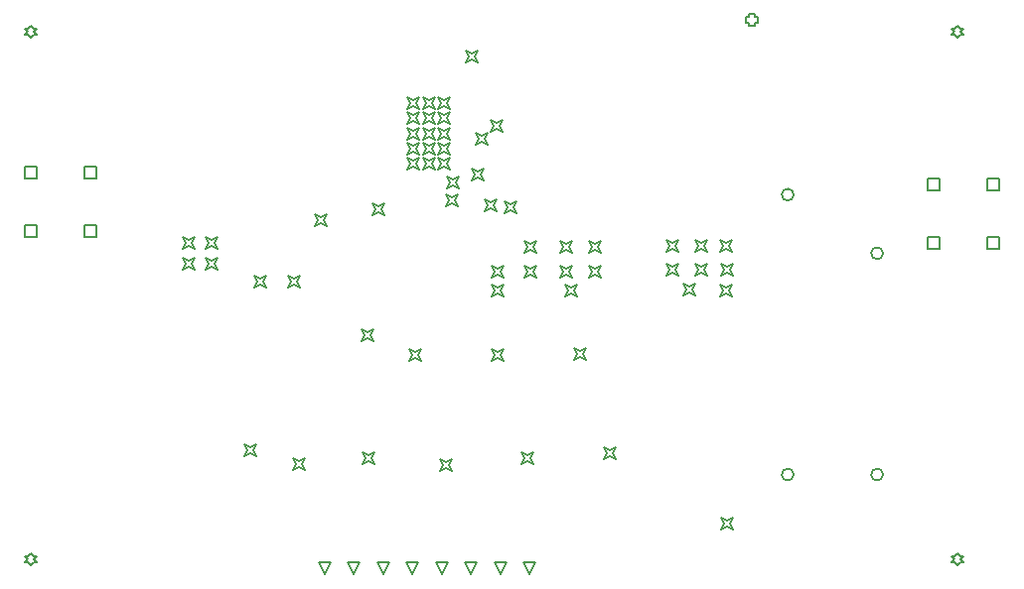
<source format=gbr>
%TF.GenerationSoftware,Altium Limited,Altium Designer,21.3.2 (30)*%
G04 Layer_Color=2752767*
%FSLAX45Y45*%
%MOMM*%
%TF.SameCoordinates,D9DFDB92-F573-4E1A-9105-0BCF1000EC4C*%
%TF.FilePolarity,Positive*%
%TF.FileFunction,Drawing*%
%TF.Part,Single*%
G01*
G75*
%TA.AperFunction,NonConductor*%
%ADD72C,0.12700*%
%ADD73C,0.16933*%
D72*
X8241200Y3249200D02*
Y3350800D01*
X8342800D01*
Y3249200D01*
X8241200D01*
X8749200D02*
Y3350800D01*
X8850800D01*
Y3249200D01*
X8749200D01*
X8241200Y3749200D02*
Y3850800D01*
X8342800D01*
Y3749200D01*
X8241200D01*
X8749200D02*
Y3850800D01*
X8850800D01*
Y3749200D01*
X8749200D01*
X3100000Y469200D02*
X3049200Y570800D01*
X3150800D01*
X3100000Y469200D01*
X3350000D02*
X3299200Y570800D01*
X3400800D01*
X3350000Y469200D01*
X3600000D02*
X3549200Y570800D01*
X3650800D01*
X3600000Y469200D01*
X3850000D02*
X3799200Y570800D01*
X3900800D01*
X3850000Y469200D01*
X4100000D02*
X4049200Y570800D01*
X4150800D01*
X4100000Y469200D01*
X4350000D02*
X4299200Y570800D01*
X4400800D01*
X4350000Y469200D01*
X4600000D02*
X4549200Y570800D01*
X4650800D01*
X4600000Y469200D01*
X4850000D02*
X4799200Y570800D01*
X4900800D01*
X4850000Y469200D01*
X549200Y3349200D02*
Y3450800D01*
X650800D01*
Y3349200D01*
X549200D01*
X1057200D02*
Y3450800D01*
X1158800D01*
Y3349200D01*
X1057200D01*
X549200Y3849200D02*
Y3950800D01*
X650800D01*
Y3849200D01*
X549200D01*
X1057200D02*
Y3950800D01*
X1158800D01*
Y3849200D01*
X1057200D01*
X8500000Y549200D02*
X8525400Y574600D01*
X8550800D01*
X8525400Y600000D01*
X8550800Y625400D01*
X8525400D01*
X8500000Y650800D01*
X8474600Y625400D01*
X8449200D01*
X8474600Y600000D01*
X8449200Y574600D01*
X8474600D01*
X8500000Y549200D01*
X600000Y549200D02*
X625400Y574600D01*
X650800D01*
X625400Y600000D01*
X650800Y625400D01*
X625400D01*
X600000Y650800D01*
X574600Y625400D01*
X549200D01*
X574600Y600000D01*
X549200Y574600D01*
X574600D01*
X600000Y549200D01*
X8500000Y5049200D02*
X8525400Y5074600D01*
X8550800D01*
X8525400Y5100000D01*
X8550800Y5125400D01*
X8525400D01*
X8500000Y5150800D01*
X8474600Y5125400D01*
X8449200D01*
X8474600Y5100000D01*
X8449200Y5074600D01*
X8474600D01*
X8500000Y5049200D01*
X600000D02*
X625400Y5074600D01*
X650800D01*
X625400Y5100000D01*
X650800Y5125400D01*
X625400D01*
X600000Y5150800D01*
X574600Y5125400D01*
X549200D01*
X574600Y5100000D01*
X549200Y5074600D01*
X574600D01*
X600000Y5049200D01*
X4469200Y3569200D02*
X4494600Y3620000D01*
X4469200Y3670800D01*
X4520000Y3645400D01*
X4570800Y3670800D01*
X4545400Y3620000D01*
X4570800Y3569200D01*
X4520000Y3594600D01*
X4469200Y3569200D01*
X2789200Y2919200D02*
X2814600Y2970000D01*
X2789200Y3020800D01*
X2840000Y2995400D01*
X2890800Y3020800D01*
X2865400Y2970000D01*
X2890800Y2919200D01*
X2840000Y2944600D01*
X2789200Y2919200D01*
X1889200Y3249200D02*
X1914600Y3300000D01*
X1889200Y3350800D01*
X1940000Y3325400D01*
X1990800Y3350800D01*
X1965400Y3300000D01*
X1990800Y3249200D01*
X1940000Y3274600D01*
X1889200Y3249200D01*
Y3069200D02*
X1914600Y3120000D01*
X1889200Y3170800D01*
X1940000Y3145400D01*
X1990800Y3170800D01*
X1965400Y3120000D01*
X1990800Y3069200D01*
X1940000Y3094600D01*
X1889200Y3069200D01*
X2089200D02*
X2114600Y3120000D01*
X2089200Y3170800D01*
X2140000Y3145400D01*
X2190800Y3170800D01*
X2165400Y3120000D01*
X2190800Y3069200D01*
X2140000Y3094600D01*
X2089200Y3069200D01*
Y3249200D02*
X2114600Y3300000D01*
X2089200Y3350800D01*
X2140000Y3325400D01*
X2190800Y3350800D01*
X2165400Y3300000D01*
X2190800Y3249200D01*
X2140000Y3274600D01*
X2089200Y3249200D01*
X2419200Y1479200D02*
X2444600Y1530000D01*
X2419200Y1580800D01*
X2470000Y1555400D01*
X2520800Y1580800D01*
X2495400Y1530000D01*
X2520800Y1479200D01*
X2470000Y1504600D01*
X2419200Y1479200D01*
X4142012Y3762813D02*
X4167412Y3813613D01*
X4142012Y3864413D01*
X4192812Y3839013D01*
X4243612Y3864413D01*
X4218212Y3813613D01*
X4243612Y3762813D01*
X4192812Y3788213D01*
X4142012Y3762813D01*
X2499200Y2919200D02*
X2524600Y2970000D01*
X2499200Y3020800D01*
X2550000Y2995400D01*
X2600800Y3020800D01*
X2575400Y2970000D01*
X2600800Y2919200D01*
X2550000Y2944600D01*
X2499200Y2919200D01*
X3419200Y2459200D02*
X3444600Y2510000D01*
X3419200Y2560800D01*
X3470000Y2535400D01*
X3520800Y2560800D01*
X3495400Y2510000D01*
X3520800Y2459200D01*
X3470000Y2484600D01*
X3419200Y2459200D01*
X3429200Y1409200D02*
X3454600Y1460000D01*
X3429200Y1510800D01*
X3480000Y1485400D01*
X3530800Y1510800D01*
X3505400Y1460000D01*
X3530800Y1409200D01*
X3480000Y1434600D01*
X3429200Y1409200D01*
X2829200Y1359200D02*
X2854600Y1410000D01*
X2829200Y1460800D01*
X2880000Y1435400D01*
X2930800Y1460800D01*
X2905400Y1410000D01*
X2930800Y1359200D01*
X2880000Y1384600D01*
X2829200Y1359200D01*
X6479200Y849200D02*
X6504600Y900000D01*
X6479200Y950800D01*
X6530000Y925400D01*
X6580800Y950800D01*
X6555400Y900000D01*
X6580800Y849200D01*
X6530000Y874600D01*
X6479200Y849200D01*
X5479200Y1449200D02*
X5504600Y1500000D01*
X5479200Y1550800D01*
X5530000Y1525400D01*
X5580800Y1550800D01*
X5555400Y1500000D01*
X5580800Y1449200D01*
X5530000Y1474600D01*
X5479200Y1449200D01*
X4779200Y1409200D02*
X4804600Y1460000D01*
X4779200Y1510800D01*
X4830000Y1485400D01*
X4880800Y1510800D01*
X4855400Y1460000D01*
X4880800Y1409200D01*
X4830000Y1434600D01*
X4779200Y1409200D01*
X4089200Y1349200D02*
X4114600Y1400000D01*
X4089200Y1450800D01*
X4140000Y1425400D01*
X4190800Y1450800D01*
X4165400Y1400000D01*
X4190800Y1349200D01*
X4140000Y1374600D01*
X4089200Y1349200D01*
X6714600Y5174600D02*
Y5149200D01*
X6765400D01*
Y5174600D01*
X6790800D01*
Y5225400D01*
X6765400D01*
Y5250800D01*
X6714600D01*
Y5225400D01*
X6689200D01*
Y5174600D01*
X6714600D01*
X4389200Y4139200D02*
X4414600Y4190000D01*
X4389200Y4240800D01*
X4440000Y4215400D01*
X4490800Y4240800D01*
X4465400Y4190000D01*
X4490800Y4139200D01*
X4440000Y4164600D01*
X4389200Y4139200D01*
X4139200Y3609200D02*
X4164600Y3660000D01*
X4139200Y3710800D01*
X4190000Y3685400D01*
X4240800Y3710800D01*
X4215400Y3660000D01*
X4240800Y3609200D01*
X4190000Y3634600D01*
X4139200Y3609200D01*
X4359200Y3829200D02*
X4384600Y3880000D01*
X4359200Y3930800D01*
X4410000Y3905400D01*
X4460800Y3930800D01*
X4435400Y3880000D01*
X4460800Y3829200D01*
X4410000Y3854600D01*
X4359200Y3829200D01*
X4309200Y4839200D02*
X4334600Y4890000D01*
X4309200Y4940800D01*
X4360000Y4915400D01*
X4410800Y4940800D01*
X4385400Y4890000D01*
X4410800Y4839200D01*
X4360000Y4864600D01*
X4309200Y4839200D01*
X4519200Y4249200D02*
X4544600Y4300000D01*
X4519200Y4350800D01*
X4570000Y4325400D01*
X4620800Y4350800D01*
X4595400Y4300000D01*
X4620800Y4249200D01*
X4570000Y4274600D01*
X4519200Y4249200D01*
X3014910Y3439820D02*
X3040310Y3490620D01*
X3014910Y3541420D01*
X3065710Y3516020D01*
X3116510Y3541420D01*
X3091110Y3490620D01*
X3116510Y3439820D01*
X3065710Y3465220D01*
X3014910Y3439820D01*
X4069201Y4181700D02*
X4094601Y4232500D01*
X4069201Y4283300D01*
X4120001Y4257900D01*
X4170801Y4283300D01*
X4145401Y4232500D01*
X4170801Y4181700D01*
X4120001Y4207100D01*
X4069201Y4181700D01*
Y4441700D02*
X4094601Y4492500D01*
X4069201Y4543300D01*
X4120001Y4517900D01*
X4170801Y4543300D01*
X4145401Y4492500D01*
X4170801Y4441700D01*
X4120001Y4467100D01*
X4069201Y4441700D01*
Y4311700D02*
X4094601Y4362500D01*
X4069201Y4413300D01*
X4120001Y4387900D01*
X4170801Y4413300D01*
X4145401Y4362500D01*
X4170801Y4311700D01*
X4120001Y4337100D01*
X4069201Y4311700D01*
X3939201Y4441700D02*
X3964601Y4492500D01*
X3939201Y4543300D01*
X3990001Y4517900D01*
X4040801Y4543300D01*
X4015401Y4492500D01*
X4040801Y4441700D01*
X3990001Y4467100D01*
X3939201Y4441700D01*
Y4311700D02*
X3964601Y4362500D01*
X3939201Y4413300D01*
X3990001Y4387900D01*
X4040801Y4413300D01*
X4015401Y4362500D01*
X4040801Y4311700D01*
X3990001Y4337100D01*
X3939201Y4311700D01*
Y4181700D02*
X3964601Y4232500D01*
X3939201Y4283300D01*
X3990001Y4257900D01*
X4040801Y4283300D01*
X4015401Y4232500D01*
X4040801Y4181700D01*
X3990001Y4207100D01*
X3939201Y4181700D01*
X4069201Y3921700D02*
X4094601Y3972500D01*
X4069201Y4023300D01*
X4120001Y3997900D01*
X4170801Y4023300D01*
X4145401Y3972500D01*
X4170801Y3921700D01*
X4120001Y3947100D01*
X4069201Y3921700D01*
X3809201Y4051700D02*
X3834601Y4102500D01*
X3809201Y4153300D01*
X3860001Y4127900D01*
X3910801Y4153300D01*
X3885401Y4102500D01*
X3910801Y4051700D01*
X3860001Y4077100D01*
X3809201Y4051700D01*
X4069201D02*
X4094601Y4102500D01*
X4069201Y4153300D01*
X4120001Y4127900D01*
X4170801Y4153300D01*
X4145401Y4102500D01*
X4170801Y4051700D01*
X4120001Y4077100D01*
X4069201Y4051700D01*
X3939201Y3921700D02*
X3964601Y3972500D01*
X3939201Y4023300D01*
X3990001Y3997900D01*
X4040801Y4023300D01*
X4015401Y3972500D01*
X4040801Y3921700D01*
X3990001Y3947100D01*
X3939201Y3921700D01*
Y4051700D02*
X3964601Y4102500D01*
X3939201Y4153300D01*
X3990001Y4127900D01*
X4040801Y4153300D01*
X4015401Y4102500D01*
X4040801Y4051700D01*
X3990001Y4077100D01*
X3939201Y4051700D01*
X3809201Y4311700D02*
X3834601Y4362500D01*
X3809201Y4413300D01*
X3860001Y4387900D01*
X3910801Y4413300D01*
X3885401Y4362500D01*
X3910801Y4311700D01*
X3860001Y4337100D01*
X3809201Y4311700D01*
Y4181700D02*
X3834601Y4232500D01*
X3809201Y4283300D01*
X3860001Y4257900D01*
X3910801Y4283300D01*
X3885401Y4232500D01*
X3910801Y4181700D01*
X3860001Y4207100D01*
X3809201Y4181700D01*
Y4441700D02*
X3834601Y4492500D01*
X3809201Y4543300D01*
X3860001Y4517900D01*
X3910801Y4543300D01*
X3885401Y4492500D01*
X3910801Y4441700D01*
X3860001Y4467100D01*
X3809201Y4441700D01*
Y3921700D02*
X3834601Y3972500D01*
X3809201Y4023300D01*
X3860001Y3997900D01*
X3910801Y4023300D01*
X3885401Y3972500D01*
X3910801Y3921700D01*
X3860001Y3947100D01*
X3809201Y3921700D01*
X4529200Y2999200D02*
X4554600Y3050000D01*
X4529200Y3100800D01*
X4580000Y3075400D01*
X4630800Y3100800D01*
X4605400Y3050000D01*
X4630800Y2999200D01*
X4580000Y3024600D01*
X4529200Y2999200D01*
X4809200D02*
X4834600Y3050000D01*
X4809200Y3100800D01*
X4860000Y3075400D01*
X4910800Y3100800D01*
X4885400Y3050000D01*
X4910800Y2999200D01*
X4860000Y3024600D01*
X4809200Y2999200D01*
Y3209200D02*
X4834600Y3260000D01*
X4809200Y3310800D01*
X4860000Y3285400D01*
X4910800Y3310800D01*
X4885400Y3260000D01*
X4910800Y3209200D01*
X4860000Y3234600D01*
X4809200Y3209200D01*
X5109200Y2999200D02*
X5134600Y3050000D01*
X5109200Y3100800D01*
X5160000Y3075400D01*
X5210800Y3100800D01*
X5185400Y3050000D01*
X5210800Y2999200D01*
X5160000Y3024600D01*
X5109200Y2999200D01*
X5149200Y2839200D02*
X5174600Y2890000D01*
X5149200Y2940800D01*
X5200000Y2915400D01*
X5250800Y2940800D01*
X5225400Y2890000D01*
X5250800Y2839200D01*
X5200000Y2864600D01*
X5149200Y2839200D01*
X4529200D02*
X4554600Y2890000D01*
X4529200Y2940800D01*
X4580000Y2915400D01*
X4630800Y2940800D01*
X4605400Y2890000D01*
X4630800Y2839200D01*
X4580000Y2864600D01*
X4529200Y2839200D01*
X5226602Y2297470D02*
X5252002Y2348270D01*
X5226602Y2399070D01*
X5277402Y2373670D01*
X5328202Y2399070D01*
X5302802Y2348270D01*
X5328202Y2297470D01*
X5277402Y2322870D01*
X5226602Y2297470D01*
X3827200Y2294200D02*
X3852600Y2345000D01*
X3827200Y2395800D01*
X3878000Y2370400D01*
X3928800Y2395800D01*
X3903400Y2345000D01*
X3928800Y2294200D01*
X3878000Y2319600D01*
X3827200Y2294200D01*
X4526199D02*
X4551599Y2345000D01*
X4526199Y2395800D01*
X4576999Y2370400D01*
X4627799Y2395800D01*
X4602399Y2345000D01*
X4627799Y2294200D01*
X4576999Y2319600D01*
X4526199Y2294200D01*
X3508102Y3536700D02*
X3533502Y3587500D01*
X3508102Y3638300D01*
X3558902Y3612900D01*
X3609702Y3638300D01*
X3584302Y3587500D01*
X3609702Y3536700D01*
X3558902Y3562100D01*
X3508102Y3536700D01*
X6469200Y2839200D02*
X6494600Y2890000D01*
X6469200Y2940800D01*
X6520000Y2915400D01*
X6570800Y2940800D01*
X6545400Y2890000D01*
X6570800Y2839200D01*
X6520000Y2864600D01*
X6469200Y2839200D01*
X6159200Y2849200D02*
X6184600Y2900000D01*
X6159200Y2950800D01*
X6210000Y2925400D01*
X6260800Y2950800D01*
X6235400Y2900000D01*
X6260800Y2849200D01*
X6210000Y2874600D01*
X6159200Y2849200D01*
X6469200Y3219200D02*
X6494600Y3270000D01*
X6469200Y3320800D01*
X6520000Y3295400D01*
X6570800Y3320800D01*
X6545400Y3270000D01*
X6570800Y3219200D01*
X6520000Y3244600D01*
X6469200Y3219200D01*
X6259200Y3019200D02*
X6284600Y3070000D01*
X6259200Y3120800D01*
X6310000Y3095400D01*
X6360800Y3120800D01*
X6335400Y3070000D01*
X6360800Y3019200D01*
X6310000Y3044600D01*
X6259200Y3019200D01*
X6479200D02*
X6504600Y3070000D01*
X6479200Y3120800D01*
X6530000Y3095400D01*
X6580800Y3120800D01*
X6555400Y3070000D01*
X6580800Y3019200D01*
X6530000Y3044600D01*
X6479200Y3019200D01*
X6259200Y3219200D02*
X6284600Y3270000D01*
X6259200Y3320800D01*
X6310000Y3295400D01*
X6360800Y3320800D01*
X6335400Y3270000D01*
X6360800Y3219200D01*
X6310000Y3244600D01*
X6259200Y3219200D01*
X4639200Y3549200D02*
X4664600Y3600000D01*
X4639200Y3650800D01*
X4690000Y3625400D01*
X4740800Y3650800D01*
X4715400Y3600000D01*
X4740800Y3549200D01*
X4690000Y3574600D01*
X4639200Y3549200D01*
X5359200Y2999200D02*
X5384600Y3050000D01*
X5359200Y3100800D01*
X5410000Y3075400D01*
X5460800Y3100800D01*
X5435400Y3050000D01*
X5460800Y2999200D01*
X5410000Y3024600D01*
X5359200Y2999200D01*
X5109200Y3209200D02*
X5134600Y3260000D01*
X5109200Y3310800D01*
X5160000Y3285400D01*
X5210800Y3310800D01*
X5185400Y3260000D01*
X5210800Y3209200D01*
X5160000Y3234600D01*
X5109200Y3209200D01*
X6019200Y3219200D02*
X6044600Y3270000D01*
X6019200Y3320800D01*
X6070000Y3295400D01*
X6120800Y3320800D01*
X6095400Y3270000D01*
X6120800Y3219200D01*
X6070000Y3244600D01*
X6019200Y3219200D01*
Y3019200D02*
X6044600Y3070000D01*
X6019200Y3120800D01*
X6070000Y3095400D01*
X6120800Y3120800D01*
X6095400Y3070000D01*
X6120800Y3019200D01*
X6070000Y3044600D01*
X6019200Y3019200D01*
X5359200Y3209200D02*
X5384600Y3260000D01*
X5359200Y3310800D01*
X5410000Y3285400D01*
X5460800Y3310800D01*
X5435400Y3260000D01*
X5460800Y3209200D01*
X5410000Y3234600D01*
X5359200Y3209200D01*
D73*
X7100800Y1320000D02*
G03*
X7100800Y1320000I-50800J0D01*
G01*
Y3709999D02*
G03*
X7100800Y3709999I-50800J0D01*
G01*
X7862800Y3210000D02*
G03*
X7862800Y3210000I-50800J0D01*
G01*
Y1320000D02*
G03*
X7862800Y1320000I-50800J0D01*
G01*
%TF.MD5,84c11ed66e14673c855441447261ef13*%
M02*

</source>
